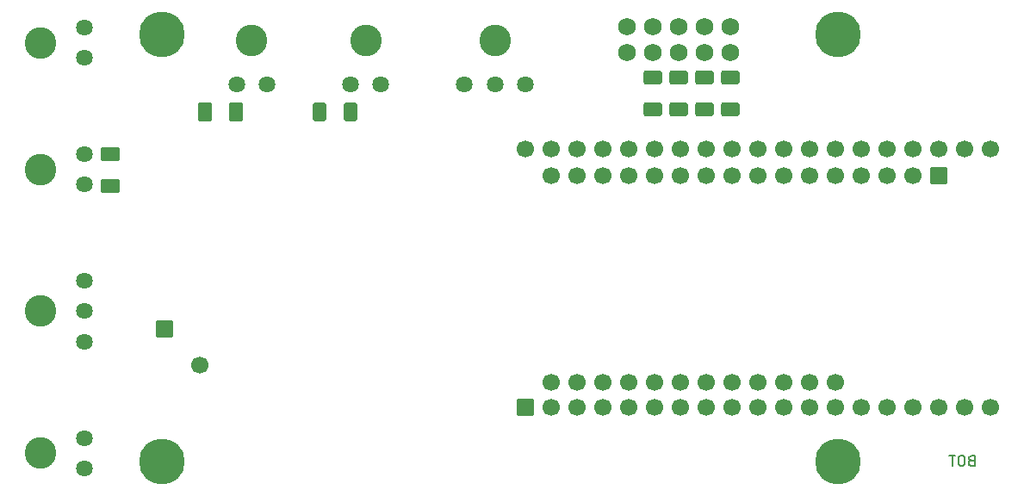
<source format=gbr>
%TF.GenerationSoftware,KiCad,Pcbnew,(6.0.7)*%
%TF.CreationDate,2022-09-15T14:23:33+02:00*%
%TF.ProjectId,Pixelix,50697865-6c69-4782-9e6b-696361645f70,V2.0*%
%TF.SameCoordinates,PX6052340PY72894a0*%
%TF.FileFunction,Soldermask,Bot*%
%TF.FilePolarity,Negative*%
%FSLAX46Y46*%
G04 Gerber Fmt 4.6, Leading zero omitted, Abs format (unit mm)*
G04 Created by KiCad (PCBNEW (6.0.7)) date 2022-09-15 14:23:33*
%MOMM*%
%LPD*%
G01*
G04 APERTURE LIST*
G04 Aperture macros list*
%AMRoundRect*
0 Rectangle with rounded corners*
0 $1 Rounding radius*
0 $2 $3 $4 $5 $6 $7 $8 $9 X,Y pos of 4 corners*
0 Add a 4 corners polygon primitive as box body*
4,1,4,$2,$3,$4,$5,$6,$7,$8,$9,$2,$3,0*
0 Add four circle primitives for the rounded corners*
1,1,$1+$1,$2,$3*
1,1,$1+$1,$4,$5*
1,1,$1+$1,$6,$7*
1,1,$1+$1,$8,$9*
0 Add four rect primitives between the rounded corners*
20,1,$1+$1,$2,$3,$4,$5,0*
20,1,$1+$1,$4,$5,$6,$7,0*
20,1,$1+$1,$6,$7,$8,$9,0*
20,1,$1+$1,$8,$9,$2,$3,0*%
G04 Aperture macros list end*
%ADD10C,0.150000*%
%ADD11C,3.100000*%
%ADD12C,1.630000*%
%ADD13RoundRect,0.050000X-0.800000X-0.800000X0.800000X-0.800000X0.800000X0.800000X-0.800000X0.800000X0*%
%ADD14C,1.700000*%
%ADD15C,0.800000*%
%ADD16C,4.500000*%
%ADD17RoundRect,0.050000X0.800000X-0.800000X0.800000X0.800000X-0.800000X0.800000X-0.800000X-0.800000X0*%
%ADD18C,1.750000*%
%ADD19RoundRect,0.050000X0.780000X-0.800000X0.780000X0.800000X-0.780000X0.800000X-0.780000X-0.800000X0*%
%ADD20RoundRect,0.300000X-0.625000X0.400000X-0.625000X-0.400000X0.625000X-0.400000X0.625000X0.400000X0*%
%ADD21RoundRect,0.300000X0.650000X-0.412500X0.650000X0.412500X-0.650000X0.412500X-0.650000X-0.412500X0*%
%ADD22RoundRect,0.300000X0.412500X0.650000X-0.412500X0.650000X-0.412500X-0.650000X0.412500X-0.650000X0*%
%ADD23RoundRect,0.300000X0.400000X0.625000X-0.400000X0.625000X-0.400000X-0.625000X0.400000X-0.625000X0*%
G04 APERTURE END LIST*
D10*
X96133333Y4071429D02*
X95990476Y4023810D01*
X95942857Y3976191D01*
X95895238Y3880953D01*
X95895238Y3738096D01*
X95942857Y3642858D01*
X95990476Y3595239D01*
X96085714Y3547620D01*
X96466666Y3547620D01*
X96466666Y4547620D01*
X96133333Y4547620D01*
X96038095Y4500000D01*
X95990476Y4452381D01*
X95942857Y4357143D01*
X95942857Y4261905D01*
X95990476Y4166667D01*
X96038095Y4119048D01*
X96133333Y4071429D01*
X96466666Y4071429D01*
X95276190Y4547620D02*
X95085714Y4547620D01*
X94990476Y4500000D01*
X94895238Y4404762D01*
X94847619Y4214286D01*
X94847619Y3880953D01*
X94895238Y3690477D01*
X94990476Y3595239D01*
X95085714Y3547620D01*
X95276190Y3547620D01*
X95371428Y3595239D01*
X95466666Y3690477D01*
X95514285Y3880953D01*
X95514285Y4214286D01*
X95466666Y4404762D01*
X95371428Y4500000D01*
X95276190Y4547620D01*
X94561904Y4547620D02*
X93990476Y4547620D01*
X94276190Y3547620D02*
X94276190Y4547620D01*
D11*
%TO.C,J7*%
X49330000Y45400000D03*
D12*
X46330000Y41080000D03*
X49330000Y41080000D03*
X52330000Y41080000D03*
%TD*%
D11*
%TO.C,J1*%
X36615000Y45400000D03*
D12*
X35115000Y41080000D03*
X38115000Y41080000D03*
%TD*%
D11*
%TO.C,J8*%
X25400000Y45400000D03*
D12*
X23900000Y41080000D03*
X26900000Y41080000D03*
%TD*%
D13*
%TO.C,C2*%
X16800000Y16987500D03*
D14*
X20300000Y13487500D03*
%TD*%
D15*
%TO.C,H1*%
X14950000Y4000000D03*
X18250000Y4000000D03*
X15433274Y2833274D03*
X17766726Y5166726D03*
D16*
X16600000Y4000000D03*
D15*
X15433274Y5166726D03*
X17766726Y2833274D03*
X16600000Y2350000D03*
X16600000Y5650000D03*
%TD*%
%TO.C,H4*%
X83000000Y47650000D03*
X81833274Y47166726D03*
X84650000Y46000000D03*
X83000000Y44350000D03*
X81833274Y44833274D03*
D16*
X83000000Y46000000D03*
D15*
X84166726Y44833274D03*
X84166726Y47166726D03*
X81350000Y46000000D03*
%TD*%
D17*
%TO.C,A1*%
X92900000Y32052500D03*
D14*
X90360000Y32052500D03*
X87820000Y32052500D03*
X85280000Y32052500D03*
X82740000Y32052500D03*
X80200000Y32052500D03*
X77660000Y32052500D03*
X75120000Y32052500D03*
X72580000Y32052500D03*
X70040000Y32052500D03*
X67500000Y32052500D03*
X64960000Y32052500D03*
X62420000Y32052500D03*
X59880000Y32052500D03*
X57340000Y32052500D03*
X54800000Y32052500D03*
X54800000Y11732500D03*
X57340000Y11732500D03*
X59880000Y11732500D03*
X62420000Y11732500D03*
X64960000Y11732500D03*
X67500000Y11732500D03*
X70040000Y11732500D03*
X72580000Y11732500D03*
X75120000Y11732500D03*
X77660000Y11732500D03*
X80200000Y11732500D03*
X82740000Y11732500D03*
%TD*%
D15*
%TO.C,H3*%
X16600000Y47650000D03*
X15433274Y44833274D03*
X14950000Y46000000D03*
D16*
X16600000Y46000000D03*
D15*
X17766726Y47166726D03*
X18250000Y46000000D03*
X17766726Y44833274D03*
X16600000Y44350000D03*
X15433274Y47166726D03*
%TD*%
D18*
%TO.C,J5*%
X72480000Y46720000D03*
X72480000Y44180000D03*
X69940000Y46720000D03*
X69940000Y44180000D03*
X67400000Y46720000D03*
X67400000Y44180000D03*
X64860000Y46720000D03*
X64860000Y44180000D03*
X62320000Y46720000D03*
X62320000Y44180000D03*
%TD*%
D11*
%TO.C,J2*%
X4600000Y4800000D03*
D12*
X8920000Y3300000D03*
X8920000Y6300000D03*
%TD*%
D11*
%TO.C,J4*%
X4600000Y32700000D03*
D12*
X8920000Y31200000D03*
X8920000Y34200000D03*
%TD*%
D15*
%TO.C,H2*%
X81350000Y4000000D03*
X81833274Y2833274D03*
X83000000Y2350000D03*
X83000000Y5650000D03*
X81833274Y5166726D03*
D16*
X83000000Y4000000D03*
D15*
X84650000Y4000000D03*
X84166726Y2833274D03*
X84166726Y5166726D03*
%TD*%
D11*
%TO.C,J3*%
X4600000Y18750000D03*
D12*
X8920000Y15750000D03*
X8920000Y18750000D03*
X8920000Y21750000D03*
%TD*%
D19*
%TO.C,U1*%
X52340000Y9300000D03*
D14*
X54880000Y9300000D03*
X57420000Y9300000D03*
X59960000Y9300000D03*
X62500000Y9300000D03*
X65040000Y9300000D03*
X67580000Y9300000D03*
X70120000Y9300000D03*
X72660000Y9300000D03*
X75200000Y9300000D03*
X77740000Y9300000D03*
X80280000Y9300000D03*
X82820000Y9300000D03*
X85360000Y9300000D03*
X87900000Y9300000D03*
X90440000Y9300000D03*
X92980000Y9300000D03*
X95520000Y9300000D03*
X98060000Y9300000D03*
X52340000Y34700000D03*
X54880000Y34700000D03*
X57420000Y34700000D03*
X59960000Y34700000D03*
X62500000Y34700000D03*
X65040000Y34700000D03*
X67580000Y34700000D03*
X70120000Y34700000D03*
X72660000Y34700000D03*
X75200000Y34700000D03*
X77740000Y34700000D03*
X80280000Y34700000D03*
X82820000Y34700000D03*
X85360000Y34700000D03*
X87900000Y34700000D03*
X90440000Y34700000D03*
X92980000Y34700000D03*
X95520000Y34700000D03*
X98060000Y34700000D03*
%TD*%
D11*
%TO.C,J6*%
X4600000Y45150000D03*
D12*
X8920000Y43650000D03*
X8920000Y46650000D03*
%TD*%
D20*
%TO.C,R6*%
X69933332Y41700000D03*
X69933332Y38600000D03*
%TD*%
D21*
%TO.C,C3*%
X11500000Y31087500D03*
X11500000Y34212500D03*
%TD*%
D20*
%TO.C,R5*%
X72470000Y41700000D03*
X72470000Y38600000D03*
%TD*%
%TO.C,R8*%
X64860000Y41700000D03*
X64860000Y38600000D03*
%TD*%
%TO.C,R7*%
X67396666Y41700000D03*
X67396666Y38600000D03*
%TD*%
D22*
%TO.C,C4*%
X23887500Y38350000D03*
X20762500Y38350000D03*
%TD*%
D23*
%TO.C,R2*%
X35150000Y38350000D03*
X32050000Y38350000D03*
%TD*%
M02*

</source>
